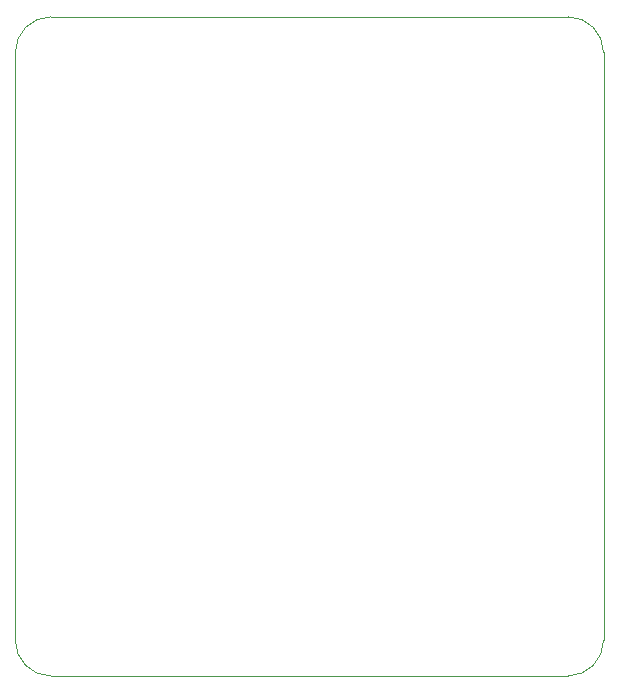
<source format=gbr>
%TF.GenerationSoftware,KiCad,Pcbnew,7.0.2-6a45011f42~172~ubuntu22.04.1*%
%TF.CreationDate,2023-05-01T21:07:46+01:00*%
%TF.ProjectId,esp32-emon,65737033-322d-4656-9d6f-6e2e6b696361,rev?*%
%TF.SameCoordinates,Original*%
%TF.FileFunction,Profile,NP*%
%FSLAX46Y46*%
G04 Gerber Fmt 4.6, Leading zero omitted, Abs format (unit mm)*
G04 Created by KiCad (PCBNEW 7.0.2-6a45011f42~172~ubuntu22.04.1) date 2023-05-01 21:07:46*
%MOMM*%
%LPD*%
G01*
G04 APERTURE LIST*
%TA.AperFunction,Profile*%
%ADD10C,0.100000*%
%TD*%
G04 APERTURE END LIST*
D10*
X142800000Y-26000000D02*
X186600000Y-26000000D01*
X139800000Y-78800000D02*
G75*
G03*
X142800000Y-81800000I3000000J0D01*
G01*
X186600000Y-81800000D02*
G75*
G03*
X189600000Y-78800000I0J3000000D01*
G01*
X189600000Y-29000000D02*
G75*
G03*
X186600000Y-26000000I-3000000J0D01*
G01*
X186600000Y-81800000D02*
X142800000Y-81800000D01*
X189600000Y-29000000D02*
X189600000Y-78800000D01*
X142800000Y-26000000D02*
G75*
G03*
X139800000Y-29000000I0J-3000000D01*
G01*
X139800000Y-78800000D02*
X139800000Y-29000000D01*
M02*

</source>
